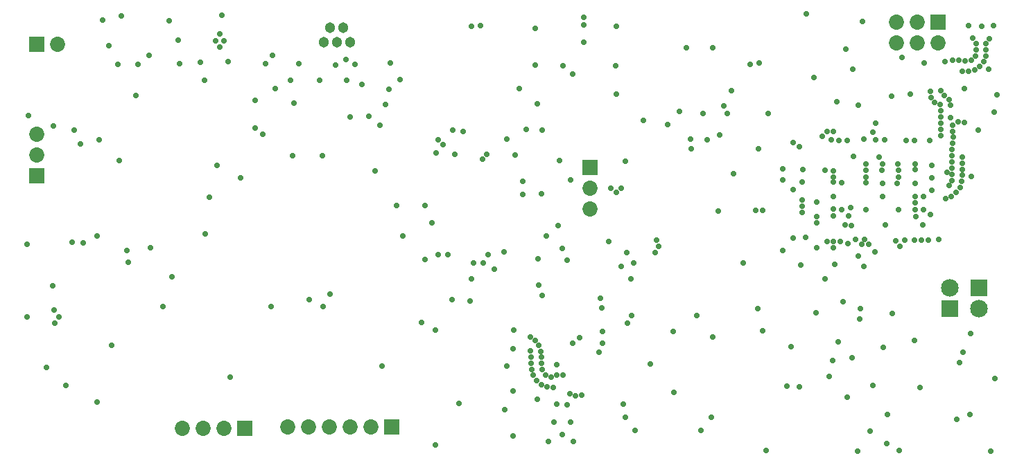
<source format=gbs>
G04*
G04 #@! TF.GenerationSoftware,Altium Limited,Altium Designer,21.6.4 (81)*
G04*
G04 Layer_Color=16711935*
%FSLAX44Y44*%
%MOMM*%
G71*
G04*
G04 #@! TF.SameCoordinates,35F2EB46-45B6-4E83-8094-EA5E86E84025*
G04*
G04*
G04 #@! TF.FilePolarity,Negative*
G04*
G01*
G75*
%ADD164C,1.8532*%
%ADD165R,1.8532X1.8532*%
%ADD166R,1.8532X1.8532*%
%ADD167C,1.3032*%
%ADD168R,2.1532X2.1532*%
%ADD169C,2.1532*%
%ADD170C,0.7032*%
D164*
X26577Y398780D02*
D03*
Y373380D02*
D03*
X1126902Y510540D02*
D03*
X1101503Y535940D02*
D03*
Y510540D02*
D03*
X1076103Y535940D02*
D03*
Y510540D02*
D03*
X52070Y509270D02*
D03*
X702310Y332740D02*
D03*
Y307340D02*
D03*
X434340Y40640D02*
D03*
X408940D02*
D03*
X383540D02*
D03*
X358140D02*
D03*
X332740D02*
D03*
X255270Y39370D02*
D03*
X229870D02*
D03*
X204470D02*
D03*
D165*
X26577Y347980D02*
D03*
X702310Y358140D02*
D03*
D166*
X1126902Y535940D02*
D03*
X26670Y509270D02*
D03*
X459740Y40640D02*
D03*
X280670Y39370D02*
D03*
D167*
X408940Y511810D02*
D03*
X400940Y529810D02*
D03*
X392940Y511810D02*
D03*
X384940Y529810D02*
D03*
X376940Y511810D02*
D03*
D168*
X1141730Y185420D02*
D03*
X1177290Y210820D02*
D03*
D169*
X1141730D02*
D03*
X1177290Y185420D02*
D03*
D170*
X1151675Y413949D02*
D03*
X1159647Y413558D02*
D03*
X1144741Y402818D02*
D03*
X1146156Y395412D02*
D03*
X1152720Y489530D02*
D03*
X1145199Y490068D02*
D03*
X1130377Y405183D02*
D03*
Y397643D02*
D03*
X1043940Y35560D02*
D03*
X534670Y403860D02*
D03*
X961291Y310854D02*
D03*
X755650Y241300D02*
D03*
X947795Y138822D02*
D03*
X904240Y306070D02*
D03*
X913130D02*
D03*
X359410Y196850D02*
D03*
X375951Y188361D02*
D03*
X384634Y203635D02*
D03*
X1080837Y261687D02*
D03*
X1075642Y269046D02*
D03*
X1086372Y269325D02*
D03*
X1115054Y269288D02*
D03*
X1106945Y269385D02*
D03*
X1098550Y269240D02*
D03*
X949960Y271780D02*
D03*
X537254Y374734D02*
D03*
X514604Y376597D02*
D03*
X522628Y386099D02*
D03*
X585470Y233680D02*
D03*
X638461Y246733D02*
D03*
X1159510Y454660D02*
D03*
X824709Y392799D02*
D03*
X826143Y381381D02*
D03*
X610535Y373543D02*
D03*
X576120Y374157D02*
D03*
X600292Y392901D02*
D03*
X445770Y410210D02*
D03*
X338927Y373188D02*
D03*
X375273Y372931D02*
D03*
X811530Y426720D02*
D03*
X767113Y415965D02*
D03*
X860339Y398090D02*
D03*
X845323Y392356D02*
D03*
X637540Y436190D02*
D03*
X624426Y404691D02*
D03*
X797310Y410772D02*
D03*
X557767Y531007D02*
D03*
X734527Y448540D02*
D03*
X439936Y354007D02*
D03*
X678180Y342900D02*
D03*
X1051298Y392190D02*
D03*
X1065530Y55880D02*
D03*
X1165860D02*
D03*
X1079928Y11895D02*
D03*
X1191260Y11430D02*
D03*
X1016000Y77470D02*
D03*
X127000Y367030D02*
D03*
X740410Y237490D02*
D03*
X746760Y254436D02*
D03*
X717543Y143517D02*
D03*
X713160Y132080D02*
D03*
X717550Y157480D02*
D03*
X727710Y332740D02*
D03*
X734060Y327660D02*
D03*
X740410Y332740D02*
D03*
X725170Y267970D02*
D03*
X742950Y68580D02*
D03*
X913130Y158750D02*
D03*
X906780Y185420D02*
D03*
X1036320Y237490D02*
D03*
X989330Y222250D02*
D03*
X262890Y101600D02*
D03*
X985520Y396240D02*
D03*
X949960Y388620D02*
D03*
X293370Y406400D02*
D03*
X661670Y116840D02*
D03*
X661799Y68471D02*
D03*
X657881Y46949D02*
D03*
X667954Y31531D02*
D03*
X678159Y46820D02*
D03*
X674241Y68342D02*
D03*
X629325Y133958D02*
D03*
X630476Y126506D02*
D03*
Y118966D02*
D03*
X630775Y111432D02*
D03*
X632823Y104176D02*
D03*
X636938Y97858D02*
D03*
X642634Y92917D02*
D03*
X649554Y89923D02*
D03*
X657026Y88909D02*
D03*
X677478Y81188D02*
D03*
X684798Y79381D02*
D03*
X692332Y79684D02*
D03*
X669019Y104769D02*
D03*
X661487Y104414D02*
D03*
X654524Y101522D02*
D03*
X647666Y104655D02*
D03*
X643548Y110971D02*
D03*
X642918Y118485D02*
D03*
Y126025D02*
D03*
X642384Y133546D02*
D03*
X639820Y140637D02*
D03*
X635342Y146703D02*
D03*
X629248Y151143D02*
D03*
X637540Y74930D02*
D03*
X680720Y143510D02*
D03*
X598170Y62230D02*
D03*
X542290Y69850D02*
D03*
X651510Y22860D02*
D03*
X681990D02*
D03*
X600710Y115570D02*
D03*
X775970Y118110D02*
D03*
X689610Y149860D02*
D03*
X1009187Y306960D02*
D03*
X1118179Y451663D02*
D03*
X1118599Y444135D02*
D03*
X1122884Y437931D02*
D03*
X1129962Y435332D02*
D03*
X1130377Y427803D02*
D03*
Y420263D02*
D03*
Y412723D02*
D03*
X1137838Y352798D02*
D03*
X1142819Y419268D02*
D03*
X1142870Y434347D02*
D03*
X1140751Y441584D02*
D03*
X1135193Y446679D02*
D03*
X1130621Y452675D02*
D03*
X1020778Y309646D02*
D03*
X1063182Y288180D02*
D03*
X1042670Y264160D02*
D03*
X1037590Y270510D02*
D03*
X1117141Y391206D02*
D03*
X1098601Y391618D02*
D03*
X1088485Y391536D02*
D03*
X1061790Y391881D02*
D03*
X1036881Y393503D02*
D03*
X1016585Y391473D02*
D03*
X1006505Y391812D02*
D03*
X997033Y391947D02*
D03*
X957580Y383540D02*
D03*
X961763Y355935D02*
D03*
X961390Y340360D02*
D03*
X937260Y356870D02*
D03*
Y342900D02*
D03*
X949960Y330962D02*
D03*
X960901Y318246D02*
D03*
X961390Y303530D02*
D03*
X965287Y272632D02*
D03*
X979170Y260350D02*
D03*
X1001397Y239678D02*
D03*
X991870Y267970D02*
D03*
X999490D02*
D03*
X1007690D02*
D03*
X999490Y260405D02*
D03*
X1017270Y265430D02*
D03*
X1026160Y270510D02*
D03*
X1033780Y264160D02*
D03*
X1127956Y270428D02*
D03*
X1050290Y255270D02*
D03*
X1029970Y250190D02*
D03*
X959286Y239118D02*
D03*
X1047750Y401320D02*
D03*
X1051015Y412682D02*
D03*
X1003234Y438626D02*
D03*
X1030028Y434790D02*
D03*
X1013714Y287782D02*
D03*
X1021179Y287138D02*
D03*
X1017986Y298951D02*
D03*
X999097Y353837D02*
D03*
X989452Y354901D02*
D03*
X999204Y346931D02*
D03*
X999316Y340360D02*
D03*
X1009323Y339487D02*
D03*
X999490Y322580D02*
D03*
X979170Y316230D02*
D03*
Y298450D02*
D03*
Y291084D02*
D03*
X1108710Y288290D02*
D03*
X1117570Y300960D02*
D03*
X1099820Y298450D02*
D03*
X1099404Y306924D02*
D03*
X1109281Y307162D02*
D03*
X1078952Y306939D02*
D03*
X1039277Y306822D02*
D03*
X1059180Y322580D02*
D03*
Y339090D02*
D03*
X1039575Y339450D02*
D03*
X1039334Y346934D02*
D03*
X1039092Y355005D02*
D03*
Y362683D02*
D03*
X1023620Y372110D02*
D03*
X1055116Y370894D02*
D03*
X1059160Y362458D02*
D03*
X1059055Y355097D02*
D03*
X1078810Y346735D02*
D03*
X1076960Y338960D02*
D03*
X1078810Y355252D02*
D03*
X1078476Y363059D02*
D03*
X1099130Y362960D02*
D03*
Y355518D02*
D03*
Y339193D02*
D03*
X1099368Y323032D02*
D03*
X1109346Y323057D02*
D03*
X1119409Y330876D02*
D03*
X1119409Y345654D02*
D03*
X1119551Y360942D02*
D03*
X1099368Y314960D02*
D03*
X991870Y402590D02*
D03*
X999490D02*
D03*
X999385Y298794D02*
D03*
X999490Y307340D02*
D03*
X1180691Y531079D02*
D03*
X1169691Y516511D02*
D03*
X1173609Y510069D02*
D03*
Y502529D02*
D03*
X1172931Y495019D02*
D03*
X1167712Y489578D02*
D03*
X1160219Y488741D02*
D03*
X1157043Y476299D02*
D03*
X1164583Y476357D02*
D03*
X1171964Y477897D02*
D03*
X1178384Y481852D02*
D03*
X1183135Y487707D02*
D03*
X1185711Y494793D02*
D03*
X1186051Y502325D02*
D03*
Y509865D02*
D03*
X1189969Y516307D02*
D03*
X1195681Y426532D02*
D03*
X1109980Y486410D02*
D03*
X1070610Y445770D02*
D03*
X1189376Y478420D02*
D03*
X1136031Y487954D02*
D03*
X1093470Y448310D02*
D03*
X1083310Y492760D02*
D03*
X1198880Y447040D02*
D03*
X1164590Y532130D02*
D03*
X1145048Y410352D02*
D03*
X1144911Y387975D02*
D03*
X1144453Y380449D02*
D03*
Y372909D02*
D03*
Y365369D02*
D03*
Y357829D02*
D03*
Y350289D02*
D03*
X1144106Y342757D02*
D03*
X1140518Y336126D02*
D03*
X1136751Y320397D02*
D03*
X1143739Y323229D02*
D03*
X1149671Y327883D02*
D03*
X1153949Y334092D02*
D03*
X1156388Y341227D02*
D03*
X1156787Y348756D02*
D03*
Y356296D02*
D03*
Y363836D02*
D03*
Y371376D02*
D03*
X937260Y256540D02*
D03*
X977900Y180340D02*
D03*
X1010920Y194310D02*
D03*
X1032510Y185420D02*
D03*
X1194580Y532130D02*
D03*
X889698Y241300D02*
D03*
X106680Y538480D02*
D03*
X302260Y398780D02*
D03*
X188580Y538017D02*
D03*
X246957Y361317D02*
D03*
X1060450Y138430D02*
D03*
X1022508Y125809D02*
D03*
X994338Y102870D02*
D03*
X942703Y90776D02*
D03*
X916903Y12035D02*
D03*
X1029141Y11614D02*
D03*
X1105111Y89593D02*
D03*
X1071643Y179946D02*
D03*
X1098564Y146904D02*
D03*
X1196340Y100330D02*
D03*
X1157613Y132439D02*
D03*
X1167754Y347416D02*
D03*
X1176183Y404427D02*
D03*
X1014730Y502920D02*
D03*
X975501Y468283D02*
D03*
X869846Y424177D02*
D03*
X874530Y452754D02*
D03*
X851985Y504837D02*
D03*
X820317Y504621D02*
D03*
X635706Y528213D02*
D03*
X664670Y366711D02*
D03*
X858955Y305022D02*
D03*
X748030Y167640D02*
D03*
X752777Y176922D02*
D03*
X832636Y177304D02*
D03*
X852170Y151130D02*
D03*
X804375Y83674D02*
D03*
X850782Y52766D02*
D03*
X837616Y36490D02*
D03*
X745044Y52523D02*
D03*
X757275Y36490D02*
D03*
X513598Y18903D02*
D03*
X608439Y29925D02*
D03*
X608612Y84886D02*
D03*
X608608Y136289D02*
D03*
X608700Y159238D02*
D03*
X513820Y159294D02*
D03*
X597042Y255093D02*
D03*
X560070Y241682D02*
D03*
X557158Y221929D02*
D03*
X570958Y368670D02*
D03*
X733532Y483000D02*
D03*
X734060Y530860D02*
D03*
X694690Y542290D02*
D03*
X669011Y482834D02*
D03*
X635145Y483787D02*
D03*
X568516Y531990D02*
D03*
X457015Y454062D02*
D03*
X458008Y485891D02*
D03*
X415260Y484421D02*
D03*
X391249Y483905D02*
D03*
X340431Y437435D02*
D03*
X314019Y495428D02*
D03*
X244891Y513375D02*
D03*
X255258Y513040D02*
D03*
X250190Y505460D02*
D03*
Y521970D02*
D03*
X231824Y465182D02*
D03*
X201123Y485715D02*
D03*
X149793Y484846D02*
D03*
X125635Y484556D02*
D03*
X114691Y507395D02*
D03*
X129841Y543625D02*
D03*
X136584Y257229D02*
D03*
X83613Y266217D02*
D03*
X118145Y141036D02*
D03*
X99932Y71796D02*
D03*
X38842Y113858D02*
D03*
X14992Y175714D02*
D03*
X45720Y213360D02*
D03*
X15097Y264368D02*
D03*
X69956Y266757D02*
D03*
X102870Y392430D02*
D03*
X80010Y387350D02*
D03*
X72390Y403860D02*
D03*
X16510Y421640D02*
D03*
X46990Y408940D02*
D03*
X966470Y546100D02*
D03*
X317500Y454660D02*
D03*
X346710Y485140D02*
D03*
X293370Y440690D02*
D03*
X405130Y464820D02*
D03*
X403860Y490220D02*
D03*
X252730Y544830D02*
D03*
X180340Y187960D02*
D03*
X500771Y311505D02*
D03*
X465938Y312049D02*
D03*
X191770Y224790D02*
D03*
X138430Y242570D02*
D03*
X165100Y260350D02*
D03*
X275590Y345440D02*
D03*
X237743Y321852D02*
D03*
X469900Y466090D02*
D03*
X1153160Y119380D02*
D03*
X1167130Y154940D02*
D03*
X547370Y402082D02*
D03*
X694690Y511810D02*
D03*
X199390Y514350D02*
D03*
X783590Y269240D02*
D03*
X781630Y254436D02*
D03*
X786130Y261620D02*
D03*
X998220Y121920D02*
D03*
X473710Y274320D02*
D03*
X312420Y187960D02*
D03*
X232410Y276860D02*
D03*
X674370Y245110D02*
D03*
X668020Y259080D02*
D03*
X53340Y175260D02*
D03*
X48260Y167640D02*
D03*
X509270Y290830D02*
D03*
X533400Y196850D02*
D03*
X643890Y201930D02*
D03*
X448310Y115570D02*
D03*
X648970Y274320D02*
D03*
X516890Y392430D02*
D03*
X745490Y365760D02*
D03*
X619760Y341630D02*
D03*
Y325120D02*
D03*
X694690Y532964D02*
D03*
X615950Y454660D02*
D03*
X680720Y472440D02*
D03*
X643890Y403860D02*
D03*
X1047750Y91440D02*
D03*
X919480Y424180D02*
D03*
X840304D02*
D03*
X957580Y90170D02*
D03*
X642620Y326390D02*
D03*
X528320Y251460D02*
D03*
X577850D02*
D03*
X1064260Y20320D02*
D03*
X1031240Y172720D02*
D03*
X260350Y487680D02*
D03*
X306070Y485140D02*
D03*
X751840Y222068D02*
D03*
X556006Y195238D02*
D03*
X516890Y251460D02*
D03*
X62230Y91440D02*
D03*
X571491Y241588D02*
D03*
X496697Y168910D02*
D03*
X371735Y464820D02*
D03*
X336550D02*
D03*
X716280Y186690D02*
D03*
X715010Y198120D02*
D03*
X452120Y435610D02*
D03*
X163538Y495554D02*
D03*
X432490Y420806D02*
D03*
X803656Y157480D02*
D03*
X226476Y486873D02*
D03*
X865730Y434086D02*
D03*
X1022858Y478282D02*
D03*
X408940Y420116D02*
D03*
X877189Y350520D02*
D03*
X908050Y381381D02*
D03*
X1005078Y145431D02*
D03*
X500380Y245443D02*
D03*
X423490Y459668D02*
D03*
X1034542Y537464D02*
D03*
X908812Y486664D02*
D03*
X897636Y484632D02*
D03*
X1150428Y49846D02*
D03*
X47752Y184404D02*
D03*
X100330Y274574D02*
D03*
X662891Y287577D02*
D03*
X639826Y214738D02*
D03*
X147574Y446278D02*
D03*
M02*

</source>
